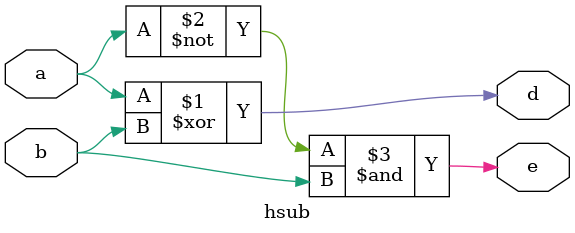
<source format=v>
`timescale 1ns / 1ps

module hsub(input a,b,output d,e);

 assign d= a^b;
 assign e= ~a&b;
 
endmodule

</source>
